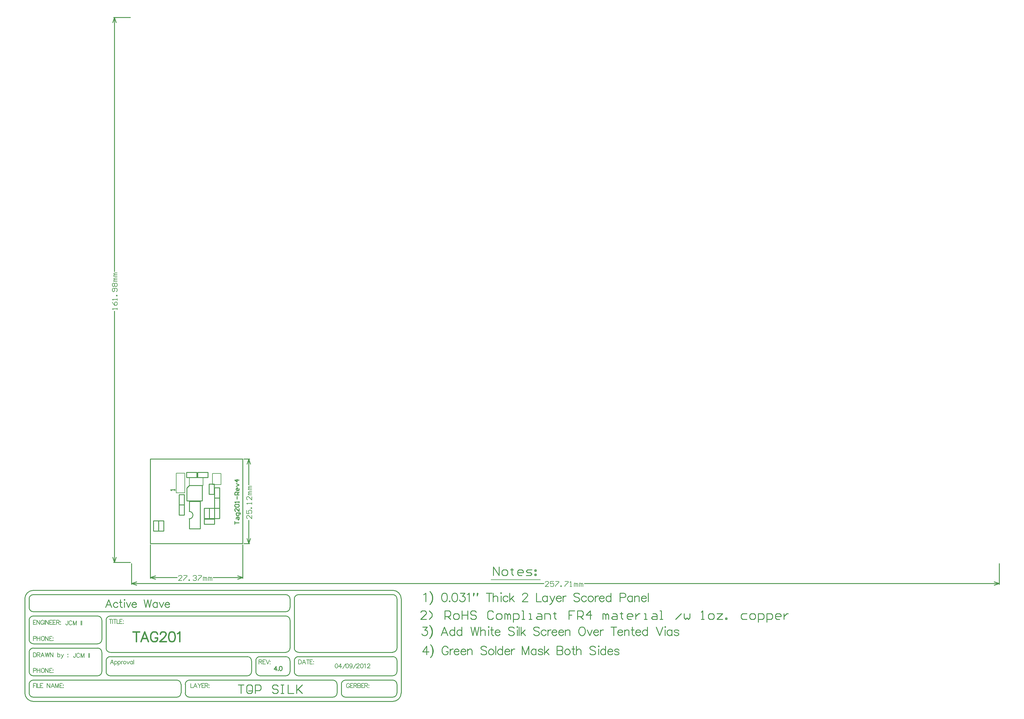
<source format=gto>
%FSLAX25Y25*%
%MOIN*%
G70*
G01*
G75*
G04 Layer_Color=65535*
%ADD10R,0.03000X0.03000*%
%ADD11R,0.03000X0.03000*%
%ADD12R,0.01550X0.05000*%
%ADD13C,0.05000*%
%ADD14R,0.03937X0.07087*%
G04:AMPARAMS|DCode=15|XSize=25.59mil|YSize=9.84mil|CornerRadius=2.46mil|HoleSize=0mil|Usage=FLASHONLY|Rotation=0.000|XOffset=0mil|YOffset=0mil|HoleType=Round|Shape=RoundedRectangle|*
%AMROUNDEDRECTD15*
21,1,0.02559,0.00492,0,0,0.0*
21,1,0.02067,0.00984,0,0,0.0*
1,1,0.00492,0.01034,-0.00246*
1,1,0.00492,-0.01034,-0.00246*
1,1,0.00492,-0.01034,0.00246*
1,1,0.00492,0.01034,0.00246*
%
%ADD15ROUNDEDRECTD15*%
G04:AMPARAMS|DCode=16|XSize=25.59mil|YSize=9.84mil|CornerRadius=2.46mil|HoleSize=0mil|Usage=FLASHONLY|Rotation=90.000|XOffset=0mil|YOffset=0mil|HoleType=Round|Shape=RoundedRectangle|*
%AMROUNDEDRECTD16*
21,1,0.02559,0.00492,0,0,90.0*
21,1,0.02067,0.00984,0,0,90.0*
1,1,0.00492,0.00246,0.01034*
1,1,0.00492,0.00246,-0.01034*
1,1,0.00492,-0.00246,-0.01034*
1,1,0.00492,-0.00246,0.01034*
%
%ADD16ROUNDEDRECTD16*%
G04:AMPARAMS|DCode=17|XSize=25.59mil|YSize=9.84mil|CornerRadius=0mil|HoleSize=0mil|Usage=FLASHONLY|Rotation=90.000|XOffset=0mil|YOffset=0mil|HoleType=Round|Shape=Octagon|*
%AMOCTAGOND17*
4,1,8,0.00246,0.01280,-0.00246,0.01280,-0.00492,0.01034,-0.00492,-0.01034,-0.00246,-0.01280,0.00246,-0.01280,0.00492,-0.01034,0.00492,0.01034,0.00246,0.01280,0.0*
%
%ADD17OCTAGOND17*%

G04:AMPARAMS|DCode=18|XSize=25.59mil|YSize=9.84mil|CornerRadius=0mil|HoleSize=0mil|Usage=FLASHONLY|Rotation=180.000|XOffset=0mil|YOffset=0mil|HoleType=Round|Shape=Octagon|*
%AMOCTAGOND18*
4,1,8,-0.01280,0.00246,-0.01280,-0.00246,-0.01034,-0.00492,0.01034,-0.00492,0.01280,-0.00246,0.01280,0.00246,0.01034,0.00492,-0.01034,0.00492,-0.01280,0.00246,0.0*
%
%ADD18OCTAGOND18*%

%ADD19C,0.01200*%
%ADD20C,0.02000*%
%ADD21C,0.00800*%
%ADD22C,0.01000*%
%ADD23C,0.00600*%
%ADD24C,0.00900*%
%ADD25C,0.00500*%
%ADD26C,0.01500*%
%ADD27C,0.05200*%
%ADD28R,0.06200X0.04000*%
%ADD29O,0.06200X0.04000*%
%ADD30C,0.02600*%
%ADD31C,0.09200*%
%ADD32C,0.06000*%
%ADD33R,0.13000X0.15000*%
%ADD34C,0.00504*%
D21*
X72500Y68900D02*
X82500D01*
X72500D02*
Y81900D01*
X82500D01*
Y68900D02*
Y81900D01*
X30400Y59000D02*
Y82000D01*
Y59000D02*
X40400D01*
Y82000D01*
X30400D02*
X40400D01*
X-96520Y-90501D02*
Y-94310D01*
X-96758Y-95024D01*
X-96996Y-95262D01*
X-97472Y-95500D01*
X-97948D01*
X-98424Y-95262D01*
X-98662Y-95024D01*
X-98900Y-94310D01*
Y-93834D01*
X-91663Y-91691D02*
X-91901Y-91215D01*
X-92378Y-90739D01*
X-92854Y-90501D01*
X-93806D01*
X-94282Y-90739D01*
X-94758Y-91215D01*
X-94996Y-91691D01*
X-95234Y-92405D01*
Y-93596D01*
X-94996Y-94310D01*
X-94758Y-94786D01*
X-94282Y-95262D01*
X-93806Y-95500D01*
X-92854D01*
X-92378Y-95262D01*
X-91901Y-94786D01*
X-91663Y-94310D01*
X-90259Y-90501D02*
Y-95500D01*
Y-90501D02*
X-88355Y-95500D01*
X-86450Y-90501D02*
X-88355Y-95500D01*
X-86450Y-90501D02*
Y-95500D01*
X-81094Y-90501D02*
Y-95500D01*
X-80047Y-90501D02*
Y-95500D01*
X-87520Y-128501D02*
Y-132310D01*
X-87758Y-133024D01*
X-87996Y-133262D01*
X-88472Y-133500D01*
X-88948D01*
X-89424Y-133262D01*
X-89662Y-133024D01*
X-89900Y-132310D01*
Y-131834D01*
X-82664Y-129691D02*
X-82902Y-129215D01*
X-83378Y-128739D01*
X-83854Y-128501D01*
X-84806D01*
X-85282Y-128739D01*
X-85758Y-129215D01*
X-85996Y-129691D01*
X-86234Y-130405D01*
Y-131596D01*
X-85996Y-132310D01*
X-85758Y-132786D01*
X-85282Y-133262D01*
X-84806Y-133500D01*
X-83854D01*
X-83378Y-133262D01*
X-82902Y-132786D01*
X-82664Y-132310D01*
X-81259Y-128501D02*
Y-133500D01*
Y-128501D02*
X-79355Y-133500D01*
X-77450Y-128501D02*
X-79355Y-133500D01*
X-77450Y-128501D02*
Y-133500D01*
X-72094Y-128501D02*
Y-133500D01*
X-71047Y-128501D02*
Y-133500D01*
X217303Y-140947D02*
X216589Y-141185D01*
X216113Y-141900D01*
X215875Y-143090D01*
Y-143804D01*
X216113Y-144994D01*
X216589Y-145708D01*
X217303Y-145946D01*
X217779D01*
X218493Y-145708D01*
X218969Y-144994D01*
X219207Y-143804D01*
Y-143090D01*
X218969Y-141900D01*
X218493Y-141185D01*
X217779Y-140947D01*
X217303D01*
X222707D02*
X220326Y-144280D01*
X223897D01*
X222707Y-140947D02*
Y-145946D01*
X224778Y-146660D02*
X228110Y-140947D01*
X229872D02*
X229157Y-141185D01*
X228681Y-141900D01*
X228443Y-143090D01*
Y-143804D01*
X228681Y-144994D01*
X229157Y-145708D01*
X229872Y-145946D01*
X230348D01*
X231062Y-145708D01*
X231538Y-144994D01*
X231776Y-143804D01*
Y-143090D01*
X231538Y-141900D01*
X231062Y-141185D01*
X230348Y-140947D01*
X229872D01*
X235989Y-142614D02*
X235751Y-143328D01*
X235275Y-143804D01*
X234561Y-144042D01*
X234323D01*
X233609Y-143804D01*
X233133Y-143328D01*
X232895Y-142614D01*
Y-142376D01*
X233133Y-141661D01*
X233609Y-141185D01*
X234323Y-140947D01*
X234561D01*
X235275Y-141185D01*
X235751Y-141661D01*
X235989Y-142614D01*
Y-143804D01*
X235751Y-144994D01*
X235275Y-145708D01*
X234561Y-145946D01*
X234085D01*
X233371Y-145708D01*
X233133Y-145232D01*
X237346Y-146660D02*
X240679Y-140947D01*
X241250Y-142138D02*
Y-141900D01*
X241488Y-141423D01*
X241726Y-141185D01*
X242202Y-140947D01*
X243155D01*
X243631Y-141185D01*
X243869Y-141423D01*
X244107Y-141900D01*
Y-142376D01*
X243869Y-142852D01*
X243392Y-143566D01*
X241012Y-145946D01*
X244345D01*
X246892Y-140947D02*
X246178Y-141185D01*
X245702Y-141900D01*
X245463Y-143090D01*
Y-143804D01*
X245702Y-144994D01*
X246178Y-145708D01*
X246892Y-145946D01*
X247368D01*
X248082Y-145708D01*
X248558Y-144994D01*
X248796Y-143804D01*
Y-143090D01*
X248558Y-141900D01*
X248082Y-141185D01*
X247368Y-140947D01*
X246892D01*
X249915Y-141900D02*
X250391Y-141661D01*
X251105Y-140947D01*
Y-145946D01*
X253819Y-142138D02*
Y-141900D01*
X254057Y-141423D01*
X254295Y-141185D01*
X254771Y-140947D01*
X255723D01*
X256199Y-141185D01*
X256437Y-141423D01*
X256675Y-141900D01*
Y-142376D01*
X256437Y-142852D01*
X255961Y-143566D01*
X253581Y-145946D01*
X256913D01*
X398372Y-42569D02*
X455872D01*
D22*
X45406Y28669D02*
G03*
X45406Y37331I0J4331D01*
G01*
X54400Y77100D02*
Y80100D01*
X42400Y77100D02*
X54400D01*
X42400D02*
Y83100D01*
X54400D01*
Y80100D02*
Y83100D01*
X55100Y80100D02*
Y83100D01*
X67100D01*
Y77100D02*
Y83100D01*
X55100Y77100D02*
X67100D01*
X55100D02*
Y80100D01*
X36500Y45100D02*
X39500D01*
Y57100D01*
X33500D02*
X39500D01*
X33500Y45100D02*
Y57100D01*
Y45100D02*
X36500D01*
X33500Y45000D02*
X36500D01*
X33500Y33000D02*
Y45000D01*
Y33000D02*
X39500D01*
Y45000D01*
X36500D02*
X39500D01*
X71900Y29000D02*
X74900D01*
Y41000D01*
X68900D02*
X74900D01*
X68900Y29000D02*
Y41000D01*
Y29000D02*
X71900D01*
X62800Y22300D02*
Y25300D01*
Y22300D02*
X74800D01*
Y28300D01*
X62800D02*
X74800D01*
X62800Y25300D02*
Y28300D01*
X65900Y29000D02*
X68900D01*
Y41000D01*
X62900D02*
X68900D01*
X62900Y29000D02*
Y41000D01*
Y29000D02*
X65900D01*
X78000Y53000D02*
X81000D01*
Y65000D01*
X75000D02*
X81000D01*
X75000Y53000D02*
Y65000D01*
Y53000D02*
X78000D01*
X75000D02*
X78000D01*
X75000Y41000D02*
Y53000D01*
Y41000D02*
X81000D01*
Y53000D01*
X78000D02*
X81000D01*
X74900Y41000D02*
X77900D01*
X74900Y29000D02*
Y41000D01*
Y29000D02*
X80900D01*
Y41000D01*
X77900D02*
X80900D01*
X68600Y57500D02*
X71600D01*
X68600D02*
Y69500D01*
X74600D01*
Y57500D02*
Y69500D01*
X71600Y57500D02*
X74600D01*
X3500Y26500D02*
X6500D01*
X3500Y14500D02*
Y26500D01*
Y14500D02*
X9500D01*
Y26500D01*
X6500D02*
X9500D01*
X12500Y14500D02*
X15500D01*
Y26500D01*
X9500D02*
X15500D01*
X9500Y14500D02*
Y26500D01*
Y14500D02*
X12500D01*
X45406Y17000D02*
Y28669D01*
Y37331D02*
Y49000D01*
X58161D01*
X45406Y17000D02*
X58161D01*
Y49000D01*
X42600Y49900D02*
Y64900D01*
X45600Y67900D01*
X60600D01*
X42600Y49900D02*
X60600D01*
Y67900D01*
X98602Y22500D02*
Y25832D01*
Y24166D01*
X103600D01*
X100268Y28331D02*
Y29998D01*
X101101Y30831D01*
X103600D01*
Y28331D01*
X102767Y27498D01*
X101934Y28331D01*
Y30831D01*
X105266Y34163D02*
Y34996D01*
X104433Y35829D01*
X100268D01*
Y33330D01*
X101101Y32497D01*
X102767D01*
X103600Y33330D01*
Y35829D01*
Y40827D02*
Y37495D01*
X100268Y40827D01*
X99435D01*
X98602Y39994D01*
Y38328D01*
X99435Y37495D01*
Y42494D02*
X98602Y43327D01*
Y44993D01*
X99435Y45826D01*
X102767D01*
X103600Y44993D01*
Y43327D01*
X102767Y42494D01*
X99435D01*
X103600Y47492D02*
Y49158D01*
Y48325D01*
X98602D01*
X99435Y47492D01*
X101101Y51657D02*
Y54989D01*
X103600Y56656D02*
X98602D01*
Y59155D01*
X99435Y59988D01*
X101101D01*
X101934Y59155D01*
Y56656D01*
Y58322D02*
X103600Y59988D01*
Y64153D02*
Y62487D01*
X102767Y61654D01*
X101101D01*
X100268Y62487D01*
Y64153D01*
X101101Y64986D01*
X101934D01*
Y61654D01*
X100268Y66652D02*
X103600Y68318D01*
X100268Y69985D01*
X103600Y74150D02*
X98602D01*
X101101Y71651D01*
Y74983D01*
X102700Y-165503D02*
X109364D01*
X106032D01*
Y-175500D01*
X117695Y-165503D02*
X114363D01*
X112697Y-167169D01*
Y-173834D01*
X114363Y-175500D01*
X117695D01*
X119361Y-173834D01*
Y-167169D01*
X117695Y-165503D01*
X122694Y-175500D02*
Y-165503D01*
X127692D01*
X129358Y-167169D01*
Y-170502D01*
X127692Y-172168D01*
X122694D01*
X149352Y-167169D02*
X147686Y-165503D01*
X144353D01*
X142687Y-167169D01*
Y-168835D01*
X144353Y-170502D01*
X147686D01*
X149352Y-172168D01*
Y-173834D01*
X147686Y-175500D01*
X144353D01*
X142687Y-173834D01*
X152684Y-165503D02*
X156016D01*
X154350D01*
Y-175500D01*
X152684D01*
X156016D01*
X161014Y-165503D02*
Y-175500D01*
X167679D01*
X171011Y-165503D02*
Y-175500D01*
Y-172168D01*
X177676Y-165503D01*
X172677Y-170502D01*
X177676Y-175500D01*
X28600Y61800D02*
Y63466D01*
Y62633D01*
X23602D01*
X24435Y61800D01*
X107753Y-40800D02*
Y-1600D01*
X0Y-40800D02*
Y-1600D01*
X73370Y-39800D02*
X107753D01*
X0D02*
X31183D01*
X101753Y-37800D02*
X107753Y-39800D01*
X101753Y-41800D02*
X107753Y-39800D01*
X0D02*
X6000Y-41800D01*
X0Y-39800D02*
X6000Y-37800D01*
X109253Y98803D02*
X115900D01*
X109253Y-100D02*
X115900D01*
X114900Y68345D02*
Y98803D01*
Y-100D02*
Y27158D01*
X112900Y92803D02*
X114900Y98803D01*
X116900Y92803D01*
X114900Y-100D02*
X116900Y5900D01*
X112900D02*
X114900Y-100D01*
X992400Y-47900D02*
Y-23550D01*
X-22200Y-47900D02*
Y-23550D01*
X507093Y-46900D02*
X992400D01*
X-22200D02*
X459907D01*
X986400Y-44900D02*
X992400Y-46900D01*
X986400Y-48900D02*
X992400Y-46900D01*
X-22200D02*
X-16200Y-48900D01*
X-22200Y-46900D02*
X-16200Y-44900D01*
X-43200Y615433D02*
X-23403D01*
X-43200Y-22300D02*
X-23450D01*
X-42200Y318059D02*
Y615433D01*
Y-22300D02*
Y271873D01*
X-44200Y609433D02*
X-42200Y615433D01*
X-40200Y609433D01*
X-42200Y-22300D02*
X-40200Y-16300D01*
X-44200D02*
X-42200Y-22300D01*
X0Y-100D02*
X107753D01*
X0Y-100D02*
Y98800D01*
X114695Y-172498D02*
X118632D01*
X107753Y-100D02*
Y98803D01*
X0D02*
X107753D01*
X283240Y-185014D02*
G03*
X293240Y-175014I0J10000D01*
G01*
X283240Y-180014D02*
G03*
X288240Y-175014I0J5000D01*
G01*
X35740Y-165014D02*
G03*
X30740Y-160014I-5000J0D01*
G01*
X30856Y-180014D02*
G03*
X35738Y-175047I84J4800D01*
G01*
X45740Y-160014D02*
G03*
X40740Y-165014I0J-5000D01*
G01*
Y-175014D02*
G03*
X45652Y-180013I5000J0D01*
G01*
X218240Y-165014D02*
G03*
X213240Y-160014I-5000J0D01*
G01*
X213356Y-180014D02*
G03*
X218238Y-175047I84J4800D01*
G01*
X223240Y-175114D02*
G03*
X228225Y-180013I4900J0D01*
G01*
X228240Y-160014D02*
G03*
X223240Y-165014I0J-5000D01*
G01*
X-56760Y-89914D02*
G03*
X-61660Y-85014I-4900J0D01*
G01*
X-61560Y-117514D02*
G03*
X-56760Y-112714I0J4800D01*
G01*
Y-127414D02*
G03*
X-61831Y-122517I-4900J0D01*
G01*
X-51760Y-122614D02*
G03*
X-46860Y-127514I4900J0D01*
G01*
X-51760Y-150114D02*
G03*
X-46860Y-155014I4900J0D01*
G01*
X-61660D02*
G03*
X-56760Y-150114I0J4900D01*
G01*
X118240Y-137414D02*
G03*
X113340Y-132514I-4900J0D01*
G01*
Y-155014D02*
G03*
X118239Y-150029I0J4900D01*
G01*
X123240Y-149914D02*
G03*
X128251Y-155013I5100J0D01*
G01*
X128040Y-132514D02*
G03*
X123246Y-137565I0J-4800D01*
G01*
X-46760Y-132514D02*
G03*
X-51760Y-137514I0J-5000D01*
G01*
X-46760Y-85014D02*
G03*
X-51760Y-90014I0J-5000D01*
G01*
X-141760Y-150014D02*
G03*
X-136848Y-155013I5000J0D01*
G01*
X-136760Y-122514D02*
G03*
X-141760Y-127514I0J-5000D01*
G01*
Y-112514D02*
G03*
X-136760Y-117514I5000J0D01*
G01*
Y-85014D02*
G03*
X-141760Y-90014I0J-5000D01*
G01*
Y-75014D02*
G03*
X-136760Y-80014I5000J0D01*
G01*
Y-60014D02*
G03*
X-141760Y-65014I0J-5000D01*
G01*
X163240Y-65014D02*
G03*
X158240Y-60014I-5000J0D01*
G01*
X173240Y-60014D02*
G03*
X168240Y-65014I0J-5000D01*
G01*
X158240Y-80014D02*
G03*
X163240Y-75014I0J5000D01*
G01*
Y-90014D02*
G03*
X158240Y-85014I-5000J0D01*
G01*
X-136760Y-160014D02*
G03*
X-141760Y-165014I0J-5000D01*
G01*
X158327Y-127514D02*
G03*
X163241Y-122514I-87J5000D01*
G01*
X-141760Y-175014D02*
G03*
X-136848Y-180013I5000J0D01*
G01*
X163240Y-137414D02*
G03*
X158340Y-132514I-4900J0D01*
G01*
X168240Y-150114D02*
G03*
X173225Y-155013I4900J0D01*
G01*
X158240Y-155014D02*
G03*
X163240Y-150014I0J5000D01*
G01*
X288240Y-164927D02*
G03*
X283240Y-160013I-5000J-87D01*
G01*
X283306Y-154940D02*
G03*
X288306Y-149940I0J5000D01*
G01*
X288238Y-64857D02*
G03*
X283167Y-59960I-4900J0D01*
G01*
X293238Y-64957D02*
G03*
X283238Y-54957I-10000J0D01*
G01*
X-146760Y-174914D02*
G03*
X-136837Y-185012I10100J0D01*
G01*
X-136760Y-55014D02*
G03*
X-146760Y-65014I0J-10000D01*
G01*
X168240Y-122514D02*
G03*
X173240Y-127514I5000J0D01*
G01*
X283306Y-127440D02*
G03*
X288306Y-122440I0J5000D01*
G01*
X173240Y-132514D02*
G03*
X168240Y-137514I0J-5000D01*
G01*
X288306Y-137340D02*
G03*
X283406Y-132440I-4900J0D01*
G01*
X288240Y-175014D02*
Y-165014D01*
X-136760Y-55014D02*
X283240D01*
X288306Y-149940D02*
Y-137340D01*
X168240Y-150014D02*
Y-137514D01*
X288240Y-122514D02*
Y-65014D01*
X168240Y-122514D02*
Y-65014D01*
X-146760Y-175014D02*
Y-65014D01*
X-141760Y-175014D02*
Y-165014D01*
X163240Y-150014D02*
Y-137514D01*
X123240Y-150014D02*
Y-137514D01*
X-51760Y-150014D02*
Y-137514D01*
X118240Y-150014D02*
Y-137514D01*
X-51760Y-122514D02*
Y-90014D01*
X163240Y-122514D02*
Y-90014D01*
Y-75014D02*
Y-65014D01*
X-141760Y-75014D02*
Y-65014D01*
X-56760Y-112514D02*
Y-90014D01*
X-141760Y-112514D02*
Y-90014D01*
X-56760Y-150014D02*
Y-127514D01*
X-141760Y-150014D02*
Y-127514D01*
X293240Y-175014D02*
Y-65014D01*
X223240Y-175014D02*
Y-165014D01*
X218240Y-175014D02*
Y-165014D01*
X40740Y-175014D02*
Y-165014D01*
X35740Y-175014D02*
Y-165014D01*
X173240Y-132514D02*
X283240D01*
X173240Y-127514D02*
X283240D01*
X-46760D02*
X158240D01*
X173240Y-60014D02*
X283240D01*
X173240Y-155014D02*
X283240D01*
X128240Y-132514D02*
X158240D01*
X128240Y-155014D02*
X158240D01*
X-46760D02*
X113240D01*
X-46760Y-132514D02*
X113240D01*
X-46760Y-85014D02*
X158240D01*
X-136760Y-80014D02*
X158240D01*
X-136760Y-85014D02*
X-61760D01*
X-136760Y-117514D02*
X-61760D01*
X-136760Y-122514D02*
X-61760D01*
X-136760Y-155014D02*
X-61760D01*
X-136760Y-185014D02*
X283240D01*
X-136760Y-60014D02*
X158240D01*
X228240Y-160014D02*
X283240D01*
X228240Y-180014D02*
X283240D01*
X45740Y-160014D02*
X213240D01*
X-136760D02*
X30740D01*
X-136760Y-180014D02*
X30740D01*
X45740Y-180014D02*
X213240D01*
X322463Y-88942D02*
X315798D01*
X322463Y-82278D01*
Y-80612D01*
X320797Y-78946D01*
X317465D01*
X315798Y-80612D01*
X325795Y-88942D02*
X329128Y-85610D01*
Y-82278D01*
X325795Y-78946D01*
X344123Y-88942D02*
Y-78946D01*
X349121D01*
X350787Y-80612D01*
Y-83944D01*
X349121Y-85610D01*
X344123D01*
X347455D02*
X350787Y-88942D01*
X355785D02*
X359118D01*
X360784Y-87276D01*
Y-83944D01*
X359118Y-82278D01*
X355785D01*
X354119Y-83944D01*
Y-87276D01*
X355785Y-88942D01*
X364116Y-78946D02*
Y-88942D01*
Y-83944D01*
X370781D01*
Y-78946D01*
Y-88942D01*
X380777Y-80612D02*
X379111Y-78946D01*
X375779D01*
X374113Y-80612D01*
Y-82278D01*
X375779Y-83944D01*
X379111D01*
X380777Y-85610D01*
Y-87276D01*
X379111Y-88942D01*
X375779D01*
X374113Y-87276D01*
X400771Y-80612D02*
X399105Y-78946D01*
X395773D01*
X394107Y-80612D01*
Y-87276D01*
X395773Y-88942D01*
X399105D01*
X400771Y-87276D01*
X405769Y-88942D02*
X409102D01*
X410768Y-87276D01*
Y-83944D01*
X409102Y-82278D01*
X405769D01*
X404103Y-83944D01*
Y-87276D01*
X405769Y-88942D01*
X414100D02*
Y-82278D01*
X415766D01*
X417432Y-83944D01*
Y-88942D01*
Y-83944D01*
X419098Y-82278D01*
X420764Y-83944D01*
Y-88942D01*
X424097Y-92275D02*
Y-82278D01*
X429095D01*
X430761Y-83944D01*
Y-87276D01*
X429095Y-88942D01*
X424097D01*
X434094D02*
X437426D01*
X435760D01*
Y-78946D01*
X434094D01*
X442424Y-88942D02*
X445756D01*
X444090D01*
Y-82278D01*
X442424D01*
X452421D02*
X455753D01*
X457419Y-83944D01*
Y-88942D01*
X452421D01*
X450755Y-87276D01*
X452421Y-85610D01*
X457419D01*
X460752Y-88942D02*
Y-82278D01*
X465750D01*
X467416Y-83944D01*
Y-88942D01*
X472414Y-80612D02*
Y-82278D01*
X470748D01*
X474081D01*
X472414D01*
Y-87276D01*
X474081Y-88942D01*
X495740Y-78946D02*
X489076D01*
Y-83944D01*
X492408D01*
X489076D01*
Y-88942D01*
X499073D02*
Y-78946D01*
X504071D01*
X505737Y-80612D01*
Y-83944D01*
X504071Y-85610D01*
X499073D01*
X502405D02*
X505737Y-88942D01*
X514068D02*
Y-78946D01*
X509069Y-83944D01*
X515734D01*
X529063Y-88942D02*
Y-82278D01*
X530729D01*
X532395Y-83944D01*
Y-88942D01*
Y-83944D01*
X534061Y-82278D01*
X535727Y-83944D01*
Y-88942D01*
X540726Y-82278D02*
X544058D01*
X545724Y-83944D01*
Y-88942D01*
X540726D01*
X539060Y-87276D01*
X540726Y-85610D01*
X545724D01*
X550723Y-80612D02*
Y-82278D01*
X549056D01*
X552389D01*
X550723D01*
Y-87276D01*
X552389Y-88942D01*
X562385D02*
X559053D01*
X557387Y-87276D01*
Y-83944D01*
X559053Y-82278D01*
X562385D01*
X564051Y-83944D01*
Y-85610D01*
X557387D01*
X567384Y-82278D02*
Y-88942D01*
Y-85610D01*
X569050Y-83944D01*
X570716Y-82278D01*
X572382D01*
X577381Y-88942D02*
X580713D01*
X579047D01*
Y-82278D01*
X577381D01*
X587377D02*
X590710D01*
X592376Y-83944D01*
Y-88942D01*
X587377D01*
X585711Y-87276D01*
X587377Y-85610D01*
X592376D01*
X595708Y-88942D02*
X599040D01*
X597374D01*
Y-78946D01*
X595708D01*
X614035Y-88942D02*
X620700Y-82278D01*
X624032D02*
Y-87276D01*
X625698Y-88942D01*
X627364Y-87276D01*
X629031Y-88942D01*
X630697Y-87276D01*
Y-82278D01*
X644026Y-88942D02*
X647358D01*
X645692D01*
Y-78946D01*
X644026Y-80612D01*
X654023Y-88942D02*
X657355D01*
X659021Y-87276D01*
Y-83944D01*
X657355Y-82278D01*
X654023D01*
X652356Y-83944D01*
Y-87276D01*
X654023Y-88942D01*
X662353Y-82278D02*
X669018D01*
X662353Y-88942D01*
X669018D01*
X672350D02*
Y-87276D01*
X674016D01*
Y-88942D01*
X672350D01*
X697342Y-82278D02*
X692343D01*
X690677Y-83944D01*
Y-87276D01*
X692343Y-88942D01*
X697342D01*
X702340D02*
X705672D01*
X707339Y-87276D01*
Y-83944D01*
X705672Y-82278D01*
X702340D01*
X700674Y-83944D01*
Y-87276D01*
X702340Y-88942D01*
X710671Y-92275D02*
Y-82278D01*
X715669D01*
X717335Y-83944D01*
Y-87276D01*
X715669Y-88942D01*
X710671D01*
X720668Y-92275D02*
Y-82278D01*
X725666D01*
X727332Y-83944D01*
Y-87276D01*
X725666Y-88942D01*
X720668D01*
X735663D02*
X732331D01*
X730664Y-87276D01*
Y-83944D01*
X732331Y-82278D01*
X735663D01*
X737329Y-83944D01*
Y-85610D01*
X730664D01*
X740661Y-82278D02*
Y-88942D01*
Y-85610D01*
X742327Y-83944D01*
X743993Y-82278D01*
X745659D01*
X318352Y-97802D02*
X323589D01*
X320733Y-101611D01*
X322161D01*
X323113Y-102087D01*
X323589Y-102563D01*
X324065Y-103991D01*
Y-104944D01*
X323589Y-106372D01*
X322637Y-107324D01*
X321209Y-107800D01*
X319780D01*
X318352Y-107324D01*
X317876Y-106848D01*
X317400Y-105896D01*
X326303Y-95898D02*
X327255Y-96850D01*
X328207Y-98278D01*
X329159Y-100183D01*
X329636Y-102563D01*
Y-104467D01*
X329159Y-106848D01*
X328207Y-108752D01*
X327255Y-110180D01*
X326303Y-111133D01*
X327255Y-96850D02*
X328207Y-98754D01*
X328683Y-100183D01*
X329159Y-102563D01*
Y-104467D01*
X328683Y-106848D01*
X328207Y-108276D01*
X327255Y-110180D01*
X347536Y-107800D02*
X343728Y-97802D01*
X339919Y-107800D01*
X341347Y-104467D02*
X346108D01*
X355582Y-97802D02*
Y-107800D01*
Y-102563D02*
X354630Y-101611D01*
X353678Y-101135D01*
X352250D01*
X351297Y-101611D01*
X350345Y-102563D01*
X349869Y-103991D01*
Y-104944D01*
X350345Y-106372D01*
X351297Y-107324D01*
X352250Y-107800D01*
X353678D01*
X354630Y-107324D01*
X355582Y-106372D01*
X363962Y-97802D02*
Y-107800D01*
Y-102563D02*
X363009Y-101611D01*
X362057Y-101135D01*
X360629D01*
X359677Y-101611D01*
X358724Y-102563D01*
X358248Y-103991D01*
Y-104944D01*
X358724Y-106372D01*
X359677Y-107324D01*
X360629Y-107800D01*
X362057D01*
X363009Y-107324D01*
X363962Y-106372D01*
X374483Y-97802D02*
X376864Y-107800D01*
X379244Y-97802D02*
X376864Y-107800D01*
X379244Y-97802D02*
X381624Y-107800D01*
X384005Y-97802D02*
X381624Y-107800D01*
X386004Y-97802D02*
Y-107800D01*
Y-103039D02*
X387433Y-101611D01*
X388385Y-101135D01*
X389813D01*
X390765Y-101611D01*
X391241Y-103039D01*
Y-107800D01*
X394812Y-97802D02*
X395288Y-98278D01*
X395764Y-97802D01*
X395288Y-97326D01*
X394812Y-97802D01*
X395288Y-101135D02*
Y-107800D01*
X398954Y-97802D02*
Y-105896D01*
X399430Y-107324D01*
X400382Y-107800D01*
X401334D01*
X397526Y-101135D02*
X400858D01*
X402763Y-103991D02*
X408476D01*
Y-103039D01*
X408000Y-102087D01*
X407523Y-101611D01*
X406571Y-101135D01*
X405143D01*
X404191Y-101611D01*
X403239Y-102563D01*
X402763Y-103991D01*
Y-104944D01*
X403239Y-106372D01*
X404191Y-107324D01*
X405143Y-107800D01*
X406571D01*
X407523Y-107324D01*
X408476Y-106372D01*
X425139Y-99230D02*
X424187Y-98278D01*
X422758Y-97802D01*
X420854D01*
X419426Y-98278D01*
X418474Y-99230D01*
Y-100183D01*
X418950Y-101135D01*
X419426Y-101611D01*
X420378Y-102087D01*
X423235Y-103039D01*
X424187Y-103515D01*
X424663Y-103991D01*
X425139Y-104944D01*
Y-106372D01*
X424187Y-107324D01*
X422758Y-107800D01*
X420854D01*
X419426Y-107324D01*
X418474Y-106372D01*
X428329Y-97802D02*
X428805Y-98278D01*
X429281Y-97802D01*
X428805Y-97326D01*
X428329Y-97802D01*
X428805Y-101135D02*
Y-107800D01*
X431042Y-97802D02*
Y-107800D01*
X433137Y-97802D02*
Y-107800D01*
X437898Y-101135D02*
X433137Y-105896D01*
X435041Y-103991D02*
X438374Y-107800D01*
X454466Y-99230D02*
X453514Y-98278D01*
X452085Y-97802D01*
X450181D01*
X448753Y-98278D01*
X447801Y-99230D01*
Y-100183D01*
X448277Y-101135D01*
X448753Y-101611D01*
X449705Y-102087D01*
X452562Y-103039D01*
X453514Y-103515D01*
X453990Y-103991D01*
X454466Y-104944D01*
Y-106372D01*
X453514Y-107324D01*
X452085Y-107800D01*
X450181D01*
X448753Y-107324D01*
X447801Y-106372D01*
X462417Y-102563D02*
X461464Y-101611D01*
X460512Y-101135D01*
X459084D01*
X458132Y-101611D01*
X457180Y-102563D01*
X456704Y-103991D01*
Y-104944D01*
X457180Y-106372D01*
X458132Y-107324D01*
X459084Y-107800D01*
X460512D01*
X461464Y-107324D01*
X462417Y-106372D01*
X464559Y-101135D02*
Y-107800D01*
Y-103991D02*
X465035Y-102563D01*
X465987Y-101611D01*
X466939Y-101135D01*
X468368D01*
X469272Y-103991D02*
X474985D01*
Y-103039D01*
X474509Y-102087D01*
X474033Y-101611D01*
X473081Y-101135D01*
X471653D01*
X470701Y-101611D01*
X469748Y-102563D01*
X469272Y-103991D01*
Y-104944D01*
X469748Y-106372D01*
X470701Y-107324D01*
X471653Y-107800D01*
X473081D01*
X474033Y-107324D01*
X474985Y-106372D01*
X477128Y-103991D02*
X482841D01*
Y-103039D01*
X482365Y-102087D01*
X481889Y-101611D01*
X480936Y-101135D01*
X479508D01*
X478556Y-101611D01*
X477604Y-102563D01*
X477128Y-103991D01*
Y-104944D01*
X477604Y-106372D01*
X478556Y-107324D01*
X479508Y-107800D01*
X480936D01*
X481889Y-107324D01*
X482841Y-106372D01*
X484983Y-101135D02*
Y-107800D01*
Y-103039D02*
X486411Y-101611D01*
X487364Y-101135D01*
X488792D01*
X489744Y-101611D01*
X490220Y-103039D01*
Y-107800D01*
X503551Y-97802D02*
X502598Y-98278D01*
X501646Y-99230D01*
X501170Y-100183D01*
X500694Y-101611D01*
Y-103991D01*
X501170Y-105420D01*
X501646Y-106372D01*
X502598Y-107324D01*
X503551Y-107800D01*
X505455D01*
X506407Y-107324D01*
X507359Y-106372D01*
X507835Y-105420D01*
X508312Y-103991D01*
Y-101611D01*
X507835Y-100183D01*
X507359Y-99230D01*
X506407Y-98278D01*
X505455Y-97802D01*
X503551D01*
X510644Y-101135D02*
X513501Y-107800D01*
X516357Y-101135D02*
X513501Y-107800D01*
X517976Y-103991D02*
X523689D01*
Y-103039D01*
X523213Y-102087D01*
X522737Y-101611D01*
X521785Y-101135D01*
X520357D01*
X519404Y-101611D01*
X518452Y-102563D01*
X517976Y-103991D01*
Y-104944D01*
X518452Y-106372D01*
X519404Y-107324D01*
X520357Y-107800D01*
X521785D01*
X522737Y-107324D01*
X523689Y-106372D01*
X525832Y-101135D02*
Y-107800D01*
Y-103991D02*
X526308Y-102563D01*
X527260Y-101611D01*
X528212Y-101135D01*
X529640D01*
X541733Y-97802D02*
Y-107800D01*
X538400Y-97802D02*
X545065D01*
X546256Y-103991D02*
X551969D01*
Y-103039D01*
X551493Y-102087D01*
X551017Y-101611D01*
X550064Y-101135D01*
X548636D01*
X547684Y-101611D01*
X546732Y-102563D01*
X546256Y-103991D01*
Y-104944D01*
X546732Y-106372D01*
X547684Y-107324D01*
X548636Y-107800D01*
X550064D01*
X551017Y-107324D01*
X551969Y-106372D01*
X554111Y-101135D02*
Y-107800D01*
Y-103039D02*
X555540Y-101611D01*
X556492Y-101135D01*
X557920D01*
X558872Y-101611D01*
X559348Y-103039D01*
Y-107800D01*
X563395Y-97802D02*
Y-105896D01*
X563871Y-107324D01*
X564823Y-107800D01*
X565775D01*
X561967Y-101135D02*
X565299D01*
X567204Y-103991D02*
X572917D01*
Y-103039D01*
X572441Y-102087D01*
X571965Y-101611D01*
X571012Y-101135D01*
X569584D01*
X568632Y-101611D01*
X567680Y-102563D01*
X567204Y-103991D01*
Y-104944D01*
X567680Y-106372D01*
X568632Y-107324D01*
X569584Y-107800D01*
X571012D01*
X571965Y-107324D01*
X572917Y-106372D01*
X580772Y-97802D02*
Y-107800D01*
Y-102563D02*
X579820Y-101611D01*
X578868Y-101135D01*
X577439D01*
X576487Y-101611D01*
X575535Y-102563D01*
X575059Y-103991D01*
Y-104944D01*
X575535Y-106372D01*
X576487Y-107324D01*
X577439Y-107800D01*
X578868D01*
X579820Y-107324D01*
X580772Y-106372D01*
X591294Y-97802D02*
X595102Y-107800D01*
X598911Y-97802D02*
X595102Y-107800D01*
X601149Y-97802D02*
X601625Y-98278D01*
X602101Y-97802D01*
X601625Y-97326D01*
X601149Y-97802D01*
X601625Y-101135D02*
Y-107800D01*
X609576Y-101135D02*
Y-107800D01*
Y-102563D02*
X608623Y-101611D01*
X607671Y-101135D01*
X606243D01*
X605291Y-101611D01*
X604339Y-102563D01*
X603862Y-103991D01*
Y-104944D01*
X604339Y-106372D01*
X605291Y-107324D01*
X606243Y-107800D01*
X607671D01*
X608623Y-107324D01*
X609576Y-106372D01*
X617479Y-102563D02*
X617002Y-101611D01*
X615574Y-101135D01*
X614146D01*
X612718Y-101611D01*
X612242Y-102563D01*
X612718Y-103515D01*
X613670Y-103991D01*
X616050Y-104467D01*
X617002Y-104944D01*
X617479Y-105896D01*
Y-106372D01*
X617002Y-107324D01*
X615574Y-107800D01*
X614146D01*
X612718Y-107324D01*
X612242Y-106372D01*
X319372Y-60042D02*
X320324Y-59566D01*
X321753Y-58138D01*
Y-68135D01*
X326704Y-56233D02*
X327656Y-57185D01*
X328608Y-58614D01*
X329560Y-60518D01*
X330037Y-62898D01*
Y-64803D01*
X329560Y-67183D01*
X328608Y-69087D01*
X327656Y-70516D01*
X326704Y-71468D01*
X327656Y-57185D02*
X328608Y-59090D01*
X329084Y-60518D01*
X329560Y-62898D01*
Y-64803D01*
X329084Y-67183D01*
X328608Y-68611D01*
X327656Y-70516D01*
X343177Y-58138D02*
X341748Y-58614D01*
X340796Y-60042D01*
X340320Y-62422D01*
Y-63850D01*
X340796Y-66231D01*
X341748Y-67659D01*
X343177Y-68135D01*
X344129D01*
X345557Y-67659D01*
X346509Y-66231D01*
X346985Y-63850D01*
Y-62422D01*
X346509Y-60042D01*
X345557Y-58614D01*
X344129Y-58138D01*
X343177D01*
X349699Y-67183D02*
X349223Y-67659D01*
X349699Y-68135D01*
X350175Y-67659D01*
X349699Y-67183D01*
X355222Y-58138D02*
X353793Y-58614D01*
X352841Y-60042D01*
X352365Y-62422D01*
Y-63850D01*
X352841Y-66231D01*
X353793Y-67659D01*
X355222Y-68135D01*
X356174D01*
X357602Y-67659D01*
X358554Y-66231D01*
X359030Y-63850D01*
Y-62422D01*
X358554Y-60042D01*
X357602Y-58614D01*
X356174Y-58138D01*
X355222D01*
X362220D02*
X367457D01*
X364601Y-61946D01*
X366029D01*
X366981Y-62422D01*
X367457Y-62898D01*
X367933Y-64327D01*
Y-65279D01*
X367457Y-66707D01*
X366505Y-67659D01*
X365077Y-68135D01*
X363648D01*
X362220Y-67659D01*
X361744Y-67183D01*
X361268Y-66231D01*
X370171Y-60042D02*
X371123Y-59566D01*
X372551Y-58138D01*
Y-68135D01*
X377979Y-58138D02*
X377503Y-58614D01*
Y-61470D01*
X377979Y-58614D02*
X377503Y-61470D01*
X377979Y-58138D02*
X378455Y-58614D01*
X377503Y-61470D01*
X382263Y-58138D02*
X381787Y-58614D01*
Y-61470D01*
X382263Y-58614D02*
X381787Y-61470D01*
X382263Y-58138D02*
X382740Y-58614D01*
X381787Y-61470D01*
X396022Y-58138D02*
Y-68135D01*
X392690Y-58138D02*
X399355D01*
X400545D02*
Y-68135D01*
Y-63374D02*
X401973Y-61946D01*
X402926Y-61470D01*
X404354D01*
X405306Y-61946D01*
X405782Y-63374D01*
Y-68135D01*
X409353Y-58138D02*
X409829Y-58614D01*
X410305Y-58138D01*
X409829Y-57661D01*
X409353Y-58138D01*
X409829Y-61470D02*
Y-68135D01*
X417780Y-62898D02*
X416827Y-61946D01*
X415875Y-61470D01*
X414447D01*
X413495Y-61946D01*
X412543Y-62898D01*
X412067Y-64327D01*
Y-65279D01*
X412543Y-66707D01*
X413495Y-67659D01*
X414447Y-68135D01*
X415875D01*
X416827Y-67659D01*
X417780Y-66707D01*
X419922Y-58138D02*
Y-68135D01*
X424683Y-61470D02*
X419922Y-66231D01*
X421826Y-64327D02*
X425159Y-68135D01*
X435062Y-60518D02*
Y-60042D01*
X435538Y-59090D01*
X436014Y-58614D01*
X436966Y-58138D01*
X438870D01*
X439823Y-58614D01*
X440299Y-59090D01*
X440775Y-60042D01*
Y-60994D01*
X440299Y-61946D01*
X439347Y-63374D01*
X434586Y-68135D01*
X441251D01*
X451344Y-58138D02*
Y-68135D01*
X457057D01*
X463865Y-61470D02*
Y-68135D01*
Y-62898D02*
X462913Y-61946D01*
X461961Y-61470D01*
X460532D01*
X459580Y-61946D01*
X458628Y-62898D01*
X458152Y-64327D01*
Y-65279D01*
X458628Y-66707D01*
X459580Y-67659D01*
X460532Y-68135D01*
X461961D01*
X462913Y-67659D01*
X463865Y-66707D01*
X467007Y-61470D02*
X469864Y-68135D01*
X472720Y-61470D02*
X469864Y-68135D01*
X468912Y-70040D01*
X467959Y-70992D01*
X467007Y-71468D01*
X466531D01*
X474387Y-64327D02*
X480100D01*
Y-63374D01*
X479624Y-62422D01*
X479147Y-61946D01*
X478195Y-61470D01*
X476767D01*
X475815Y-61946D01*
X474863Y-62898D01*
X474387Y-64327D01*
Y-65279D01*
X474863Y-66707D01*
X475815Y-67659D01*
X476767Y-68135D01*
X478195D01*
X479147Y-67659D01*
X480100Y-66707D01*
X482242Y-61470D02*
Y-68135D01*
Y-64327D02*
X482718Y-62898D01*
X483670Y-61946D01*
X484622Y-61470D01*
X486051D01*
X501476Y-59566D02*
X500524Y-58614D01*
X499096Y-58138D01*
X497191D01*
X495763Y-58614D01*
X494811Y-59566D01*
Y-60518D01*
X495287Y-61470D01*
X495763Y-61946D01*
X496715Y-62422D01*
X499572Y-63374D01*
X500524Y-63850D01*
X501000Y-64327D01*
X501476Y-65279D01*
Y-66707D01*
X500524Y-67659D01*
X499096Y-68135D01*
X497191D01*
X495763Y-67659D01*
X494811Y-66707D01*
X509427Y-62898D02*
X508474Y-61946D01*
X507522Y-61470D01*
X506094D01*
X505142Y-61946D01*
X504190Y-62898D01*
X503714Y-64327D01*
Y-65279D01*
X504190Y-66707D01*
X505142Y-67659D01*
X506094Y-68135D01*
X507522D01*
X508474Y-67659D01*
X509427Y-66707D01*
X513949Y-61470D02*
X512997Y-61946D01*
X512045Y-62898D01*
X511569Y-64327D01*
Y-65279D01*
X512045Y-66707D01*
X512997Y-67659D01*
X513949Y-68135D01*
X515378D01*
X516330Y-67659D01*
X517282Y-66707D01*
X517758Y-65279D01*
Y-64327D01*
X517282Y-62898D01*
X516330Y-61946D01*
X515378Y-61470D01*
X513949D01*
X519948D02*
Y-68135D01*
Y-64327D02*
X520424Y-62898D01*
X521377Y-61946D01*
X522329Y-61470D01*
X523757D01*
X524661Y-64327D02*
X530375D01*
Y-63374D01*
X529899Y-62422D01*
X529422Y-61946D01*
X528470Y-61470D01*
X527042D01*
X526090Y-61946D01*
X525138Y-62898D01*
X524661Y-64327D01*
Y-65279D01*
X525138Y-66707D01*
X526090Y-67659D01*
X527042Y-68135D01*
X528470D01*
X529422Y-67659D01*
X530375Y-66707D01*
X538230Y-58138D02*
Y-68135D01*
Y-62898D02*
X537278Y-61946D01*
X536326Y-61470D01*
X534898D01*
X533945Y-61946D01*
X532993Y-62898D01*
X532517Y-64327D01*
Y-65279D01*
X532993Y-66707D01*
X533945Y-67659D01*
X534898Y-68135D01*
X536326D01*
X537278Y-67659D01*
X538230Y-66707D01*
X548752Y-63374D02*
X553036D01*
X554465Y-62898D01*
X554941Y-62422D01*
X555417Y-61470D01*
Y-60042D01*
X554941Y-59090D01*
X554465Y-58614D01*
X553036Y-58138D01*
X548752D01*
Y-68135D01*
X563368Y-61470D02*
Y-68135D01*
Y-62898D02*
X562415Y-61946D01*
X561463Y-61470D01*
X560035D01*
X559083Y-61946D01*
X558131Y-62898D01*
X557654Y-64327D01*
Y-65279D01*
X558131Y-66707D01*
X559083Y-67659D01*
X560035Y-68135D01*
X561463D01*
X562415Y-67659D01*
X563368Y-66707D01*
X566034Y-61470D02*
Y-68135D01*
Y-63374D02*
X567462Y-61946D01*
X568414Y-61470D01*
X569842D01*
X570794Y-61946D01*
X571271Y-63374D01*
Y-68135D01*
X573889Y-64327D02*
X579602D01*
Y-63374D01*
X579126Y-62422D01*
X578650Y-61946D01*
X577698Y-61470D01*
X576269D01*
X575317Y-61946D01*
X574365Y-62898D01*
X573889Y-64327D01*
Y-65279D01*
X574365Y-66707D01*
X575317Y-67659D01*
X576269Y-68135D01*
X577698D01*
X578650Y-67659D01*
X579602Y-66707D01*
X581745Y-58138D02*
Y-68135D01*
X400874Y-37626D02*
Y-27629D01*
X407538Y-37626D01*
Y-27629D01*
X412537Y-37626D02*
X415869D01*
X417535Y-35960D01*
Y-32628D01*
X415869Y-30962D01*
X412537D01*
X410871Y-32628D01*
Y-35960D01*
X412537Y-37626D01*
X422533Y-29295D02*
Y-30962D01*
X420867D01*
X424199D01*
X422533D01*
Y-35960D01*
X424199Y-37626D01*
X434196D02*
X430864D01*
X429198Y-35960D01*
Y-32628D01*
X430864Y-30962D01*
X434196D01*
X435862Y-32628D01*
Y-34294D01*
X429198D01*
X439195Y-37626D02*
X444193D01*
X445859Y-35960D01*
X444193Y-34294D01*
X440861D01*
X439195Y-32628D01*
X440861Y-30962D01*
X445859D01*
X449192D02*
X450858D01*
Y-32628D01*
X449192D01*
Y-30962D01*
Y-35960D02*
X450858D01*
Y-37626D01*
X449192D01*
Y-35960D01*
X323027Y-120328D02*
X318266Y-126993D01*
X325408D01*
X323027Y-120328D02*
Y-130326D01*
X327169Y-118424D02*
X328121Y-119376D01*
X329073Y-120804D01*
X330026Y-122709D01*
X330502Y-125089D01*
Y-126993D01*
X330026Y-129374D01*
X329073Y-131278D01*
X328121Y-132706D01*
X327169Y-133659D01*
X328121Y-119376D02*
X329073Y-121280D01*
X329549Y-122709D01*
X330026Y-125089D01*
Y-126993D01*
X329549Y-129374D01*
X329073Y-130802D01*
X328121Y-132706D01*
X347926Y-122709D02*
X347450Y-121756D01*
X346498Y-120804D01*
X345546Y-120328D01*
X343642D01*
X342689Y-120804D01*
X341737Y-121756D01*
X341261Y-122709D01*
X340785Y-124137D01*
Y-126517D01*
X341261Y-127945D01*
X341737Y-128898D01*
X342689Y-129850D01*
X343642Y-130326D01*
X345546D01*
X346498Y-129850D01*
X347450Y-128898D01*
X347926Y-127945D01*
Y-126517D01*
X345546D02*
X347926D01*
X350212Y-123661D02*
Y-130326D01*
Y-126517D02*
X350688Y-125089D01*
X351640Y-124137D01*
X352592Y-123661D01*
X354020D01*
X354925Y-126517D02*
X360638D01*
Y-125565D01*
X360162Y-124613D01*
X359686Y-124137D01*
X358734Y-123661D01*
X357305D01*
X356353Y-124137D01*
X355401Y-125089D01*
X354925Y-126517D01*
Y-127470D01*
X355401Y-128898D01*
X356353Y-129850D01*
X357305Y-130326D01*
X358734D01*
X359686Y-129850D01*
X360638Y-128898D01*
X362780Y-126517D02*
X368494D01*
Y-125565D01*
X368017Y-124613D01*
X367541Y-124137D01*
X366589Y-123661D01*
X365161D01*
X364209Y-124137D01*
X363257Y-125089D01*
X362780Y-126517D01*
Y-127470D01*
X363257Y-128898D01*
X364209Y-129850D01*
X365161Y-130326D01*
X366589D01*
X367541Y-129850D01*
X368494Y-128898D01*
X370636Y-123661D02*
Y-130326D01*
Y-125565D02*
X372064Y-124137D01*
X373016Y-123661D01*
X374445D01*
X375397Y-124137D01*
X375873Y-125565D01*
Y-130326D01*
X393012Y-121756D02*
X392060Y-120804D01*
X390632Y-120328D01*
X388727D01*
X387299Y-120804D01*
X386347Y-121756D01*
Y-122709D01*
X386823Y-123661D01*
X387299Y-124137D01*
X388251Y-124613D01*
X391108Y-125565D01*
X392060Y-126041D01*
X392536Y-126517D01*
X393012Y-127470D01*
Y-128898D01*
X392060Y-129850D01*
X390632Y-130326D01*
X388727D01*
X387299Y-129850D01*
X386347Y-128898D01*
X397630Y-123661D02*
X396678Y-124137D01*
X395726Y-125089D01*
X395250Y-126517D01*
Y-127470D01*
X395726Y-128898D01*
X396678Y-129850D01*
X397630Y-130326D01*
X399058D01*
X400010Y-129850D01*
X400963Y-128898D01*
X401439Y-127470D01*
Y-126517D01*
X400963Y-125089D01*
X400010Y-124137D01*
X399058Y-123661D01*
X397630D01*
X403629Y-120328D02*
Y-130326D01*
X411437Y-120328D02*
Y-130326D01*
Y-125089D02*
X410485Y-124137D01*
X409532Y-123661D01*
X408104D01*
X407152Y-124137D01*
X406200Y-125089D01*
X405724Y-126517D01*
Y-127470D01*
X406200Y-128898D01*
X407152Y-129850D01*
X408104Y-130326D01*
X409532D01*
X410485Y-129850D01*
X411437Y-128898D01*
X414103Y-126517D02*
X419816D01*
Y-125565D01*
X419340Y-124613D01*
X418864Y-124137D01*
X417911Y-123661D01*
X416483D01*
X415531Y-124137D01*
X414579Y-125089D01*
X414103Y-126517D01*
Y-127470D01*
X414579Y-128898D01*
X415531Y-129850D01*
X416483Y-130326D01*
X417911D01*
X418864Y-129850D01*
X419816Y-128898D01*
X421958Y-123661D02*
Y-130326D01*
Y-126517D02*
X422434Y-125089D01*
X423386Y-124137D01*
X424339Y-123661D01*
X425767D01*
X434527Y-120328D02*
Y-130326D01*
Y-120328D02*
X438336Y-130326D01*
X442144Y-120328D02*
X438336Y-130326D01*
X442144Y-120328D02*
Y-130326D01*
X450714Y-123661D02*
Y-130326D01*
Y-125089D02*
X449762Y-124137D01*
X448810Y-123661D01*
X447381D01*
X446429Y-124137D01*
X445477Y-125089D01*
X445001Y-126517D01*
Y-127470D01*
X445477Y-128898D01*
X446429Y-129850D01*
X447381Y-130326D01*
X448810D01*
X449762Y-129850D01*
X450714Y-128898D01*
X458617Y-125089D02*
X458141Y-124137D01*
X456713Y-123661D01*
X455284D01*
X453856Y-124137D01*
X453380Y-125089D01*
X453856Y-126041D01*
X454808Y-126517D01*
X457189Y-126993D01*
X458141Y-127470D01*
X458617Y-128422D01*
Y-128898D01*
X458141Y-129850D01*
X456713Y-130326D01*
X455284D01*
X453856Y-129850D01*
X453380Y-128898D01*
X460712Y-120328D02*
Y-130326D01*
X465473Y-123661D02*
X460712Y-128422D01*
X462616Y-126517D02*
X465949Y-130326D01*
X475375Y-120328D02*
Y-130326D01*
Y-120328D02*
X479660D01*
X481088Y-120804D01*
X481565Y-121280D01*
X482041Y-122232D01*
Y-123185D01*
X481565Y-124137D01*
X481088Y-124613D01*
X479660Y-125089D01*
X475375D02*
X479660D01*
X481088Y-125565D01*
X481565Y-126041D01*
X482041Y-126993D01*
Y-128422D01*
X481565Y-129374D01*
X481088Y-129850D01*
X479660Y-130326D01*
X475375D01*
X486659Y-123661D02*
X485707Y-124137D01*
X484754Y-125089D01*
X484278Y-126517D01*
Y-127470D01*
X484754Y-128898D01*
X485707Y-129850D01*
X486659Y-130326D01*
X488087D01*
X489039Y-129850D01*
X489991Y-128898D01*
X490467Y-127470D01*
Y-126517D01*
X489991Y-125089D01*
X489039Y-124137D01*
X488087Y-123661D01*
X486659D01*
X494086Y-120328D02*
Y-128422D01*
X494562Y-129850D01*
X495514Y-130326D01*
X496466D01*
X492657Y-123661D02*
X495990D01*
X497894Y-120328D02*
Y-130326D01*
Y-125565D02*
X499323Y-124137D01*
X500275Y-123661D01*
X501703D01*
X502655Y-124137D01*
X503131Y-125565D01*
Y-130326D01*
X520270Y-121756D02*
X519318Y-120804D01*
X517890Y-120328D01*
X515986D01*
X514557Y-120804D01*
X513605Y-121756D01*
Y-122709D01*
X514081Y-123661D01*
X514557Y-124137D01*
X515510Y-124613D01*
X518366Y-125565D01*
X519318Y-126041D01*
X519794Y-126517D01*
X520270Y-127470D01*
Y-128898D01*
X519318Y-129850D01*
X517890Y-130326D01*
X515986D01*
X514557Y-129850D01*
X513605Y-128898D01*
X523460Y-120328D02*
X523936Y-120804D01*
X524412Y-120328D01*
X523936Y-119852D01*
X523460Y-120328D01*
X523936Y-123661D02*
Y-130326D01*
X531887Y-120328D02*
Y-130326D01*
Y-125089D02*
X530935Y-124137D01*
X529983Y-123661D01*
X528554D01*
X527602Y-124137D01*
X526650Y-125089D01*
X526174Y-126517D01*
Y-127470D01*
X526650Y-128898D01*
X527602Y-129850D01*
X528554Y-130326D01*
X529983D01*
X530935Y-129850D01*
X531887Y-128898D01*
X534553Y-126517D02*
X540266D01*
Y-125565D01*
X539790Y-124613D01*
X539314Y-124137D01*
X538362Y-123661D01*
X536934D01*
X535981Y-124137D01*
X535029Y-125089D01*
X534553Y-126517D01*
Y-127470D01*
X535029Y-128898D01*
X535981Y-129850D01*
X536934Y-130326D01*
X538362D01*
X539314Y-129850D01*
X540266Y-128898D01*
X547646Y-125089D02*
X547169Y-124137D01*
X545741Y-123661D01*
X544313D01*
X542885Y-124137D01*
X542409Y-125089D01*
X542885Y-126041D01*
X543837Y-126517D01*
X546217Y-126993D01*
X547169Y-127470D01*
X547646Y-128422D01*
Y-128898D01*
X547169Y-129850D01*
X545741Y-130326D01*
X544313D01*
X542885Y-129850D01*
X542409Y-128898D01*
D23*
X36781Y-43399D02*
X32783D01*
X36781Y-39400D01*
Y-38401D01*
X35782Y-37401D01*
X33783D01*
X32783Y-38401D01*
X38781Y-37401D02*
X42780D01*
Y-38401D01*
X38781Y-42399D01*
Y-43399D01*
X44779D02*
Y-42399D01*
X45779D01*
Y-43399D01*
X44779D01*
X49777Y-38401D02*
X50777Y-37401D01*
X52776D01*
X53776Y-38401D01*
Y-39400D01*
X52776Y-40400D01*
X51777D01*
X52776D01*
X53776Y-41400D01*
Y-42399D01*
X52776Y-43399D01*
X50777D01*
X49777Y-42399D01*
X55775Y-37401D02*
X59774D01*
Y-38401D01*
X55775Y-42399D01*
Y-43399D01*
X61773D02*
Y-39400D01*
X62773D01*
X63773Y-40400D01*
Y-43399D01*
Y-40400D01*
X64772Y-39400D01*
X65772Y-40400D01*
Y-43399D01*
X67772D02*
Y-39400D01*
X68771D01*
X69771Y-40400D01*
Y-43399D01*
Y-40400D01*
X70771Y-39400D01*
X71770Y-40400D01*
Y-43399D01*
X118499Y32756D02*
Y28758D01*
X114500Y32756D01*
X113501D01*
X112501Y31757D01*
Y29757D01*
X113501Y28758D01*
X112501Y38754D02*
Y34756D01*
X115500D01*
X114500Y36755D01*
Y37755D01*
X115500Y38754D01*
X117499D01*
X118499Y37755D01*
Y35755D01*
X117499Y34756D01*
X118499Y40754D02*
X117499D01*
Y41753D01*
X118499D01*
Y40754D01*
Y45752D02*
Y47752D01*
Y46752D01*
X112501D01*
X113501Y45752D01*
X118499Y54749D02*
Y50750D01*
X114500Y54749D01*
X113501D01*
X112501Y53750D01*
Y51750D01*
X113501Y50750D01*
X118499Y56749D02*
X114500D01*
Y57748D01*
X115500Y58748D01*
X118499D01*
X115500D01*
X114500Y59748D01*
X115500Y60747D01*
X118499D01*
Y62747D02*
X114500D01*
Y63746D01*
X115500Y64746D01*
X118499D01*
X115500D01*
X114500Y65746D01*
X115500Y66745D01*
X118499D01*
X465506Y-50499D02*
X461507D01*
X465506Y-46500D01*
Y-45501D01*
X464506Y-44501D01*
X462507D01*
X461507Y-45501D01*
X471504Y-44501D02*
X467505D01*
Y-47500D01*
X469504Y-46500D01*
X470504D01*
X471504Y-47500D01*
Y-49499D01*
X470504Y-50499D01*
X468505D01*
X467505Y-49499D01*
X473503Y-44501D02*
X477502D01*
Y-45501D01*
X473503Y-49499D01*
Y-50499D01*
X479501D02*
Y-49499D01*
X480501D01*
Y-50499D01*
X479501D01*
X484500Y-44501D02*
X488498D01*
Y-45501D01*
X484500Y-49499D01*
Y-50499D01*
X490498D02*
X492497D01*
X491497D01*
Y-44501D01*
X490498Y-45501D01*
X495496Y-50499D02*
Y-46500D01*
X496496D01*
X497496Y-47500D01*
Y-50499D01*
Y-47500D01*
X498495Y-46500D01*
X499495Y-47500D01*
Y-50499D01*
X501494D02*
Y-46500D01*
X502494D01*
X503493Y-47500D01*
Y-50499D01*
Y-47500D01*
X504493Y-46500D01*
X505493Y-47500D01*
Y-50499D01*
X-38601Y273473D02*
Y275473D01*
Y274473D01*
X-44599D01*
X-43599Y273473D01*
X-44599Y282470D02*
X-43599Y280471D01*
X-41600Y278472D01*
X-39601D01*
X-38601Y279471D01*
Y281471D01*
X-39601Y282470D01*
X-40600D01*
X-41600Y281471D01*
Y278472D01*
X-38601Y284470D02*
Y286469D01*
Y285469D01*
X-44599D01*
X-43599Y284470D01*
X-38601Y289468D02*
X-39601D01*
Y290468D01*
X-38601D01*
Y289468D01*
X-39601Y294466D02*
X-38601Y295466D01*
Y297465D01*
X-39601Y298465D01*
X-43599D01*
X-44599Y297465D01*
Y295466D01*
X-43599Y294466D01*
X-42600D01*
X-41600Y295466D01*
Y298465D01*
X-43599Y300465D02*
X-44599Y301464D01*
Y303464D01*
X-43599Y304463D01*
X-42600D01*
X-41600Y303464D01*
X-40600Y304463D01*
X-39601D01*
X-38601Y303464D01*
Y301464D01*
X-39601Y300465D01*
X-40600D01*
X-41600Y301464D01*
X-42600Y300465D01*
X-43599D01*
X-41600Y301464D02*
Y303464D01*
X-38601Y306463D02*
X-42600D01*
Y307462D01*
X-41600Y308462D01*
X-38601D01*
X-41600D01*
X-42600Y309462D01*
X-41600Y310461D01*
X-38601D01*
Y312461D02*
X-42600D01*
Y313460D01*
X-41600Y314460D01*
X-38601D01*
X-41600D01*
X-42600Y315460D01*
X-41600Y316459D01*
X-38601D01*
D24*
X146870Y-143765D02*
X144490Y-147098D01*
X148060D01*
X146870Y-143765D02*
Y-148764D01*
X149179Y-148288D02*
X148941Y-148526D01*
X149179Y-148764D01*
X149417Y-148526D01*
X149179Y-148288D01*
X151941Y-143765D02*
X151226Y-144003D01*
X150750Y-144717D01*
X150512Y-145908D01*
Y-146622D01*
X150750Y-147812D01*
X151226Y-148526D01*
X151941Y-148764D01*
X152417D01*
X153131Y-148526D01*
X153607Y-147812D01*
X153845Y-146622D01*
Y-145908D01*
X153607Y-144717D01*
X153131Y-144003D01*
X152417Y-143765D01*
X151941D01*
X-45444Y-75000D02*
X-48872Y-66002D01*
X-52300Y-75000D01*
X-51015Y-72001D02*
X-46730D01*
X-38203Y-70287D02*
X-39060Y-69430D01*
X-39917Y-69001D01*
X-41202D01*
X-42059Y-69430D01*
X-42916Y-70287D01*
X-43345Y-71572D01*
Y-72429D01*
X-42916Y-73715D01*
X-42059Y-74572D01*
X-41202Y-75000D01*
X-39917D01*
X-39060Y-74572D01*
X-38203Y-73715D01*
X-34989Y-66002D02*
Y-73286D01*
X-34561Y-74572D01*
X-33704Y-75000D01*
X-32847D01*
X-36275Y-69001D02*
X-33275D01*
X-30705Y-66002D02*
X-30276Y-66430D01*
X-29848Y-66002D01*
X-30276Y-65574D01*
X-30705Y-66002D01*
X-30276Y-69001D02*
Y-75000D01*
X-28262Y-69001D02*
X-25691Y-75000D01*
X-23121Y-69001D02*
X-25691Y-75000D01*
X-21664Y-71572D02*
X-16522D01*
Y-70715D01*
X-16950Y-69858D01*
X-17379Y-69430D01*
X-18236Y-69001D01*
X-19521D01*
X-20378Y-69430D01*
X-21235Y-70287D01*
X-21664Y-71572D01*
Y-72429D01*
X-21235Y-73715D01*
X-20378Y-74572D01*
X-19521Y-75000D01*
X-18236D01*
X-17379Y-74572D01*
X-16522Y-73715D01*
X-7524Y-66002D02*
X-5381Y-75000D01*
X-3239Y-66002D02*
X-5381Y-75000D01*
X-3239Y-66002D02*
X-1097Y-75000D01*
X1046Y-66002D02*
X-1097Y-75000D01*
X7987Y-69001D02*
Y-75000D01*
Y-70287D02*
X7130Y-69430D01*
X6273Y-69001D01*
X4988D01*
X4131Y-69430D01*
X3274Y-70287D01*
X2845Y-71572D01*
Y-72429D01*
X3274Y-73715D01*
X4131Y-74572D01*
X4988Y-75000D01*
X6273D01*
X7130Y-74572D01*
X7987Y-73715D01*
X10387Y-69001D02*
X12957Y-75000D01*
X15528Y-69001D02*
X12957Y-75000D01*
X16985Y-71572D02*
X22127D01*
Y-70715D01*
X21698Y-69858D01*
X21270Y-69430D01*
X20413Y-69001D01*
X19128D01*
X18271Y-69430D01*
X17414Y-70287D01*
X16985Y-71572D01*
Y-72429D01*
X17414Y-73715D01*
X18271Y-74572D01*
X19128Y-75000D01*
X20413D01*
X21270Y-74572D01*
X22127Y-73715D01*
D25*
X232810Y-165205D02*
X232572Y-164729D01*
X232096Y-164253D01*
X231620Y-164015D01*
X230668D01*
X230192Y-164253D01*
X229716Y-164729D01*
X229478Y-165205D01*
X229240Y-165919D01*
Y-167110D01*
X229478Y-167824D01*
X229716Y-168300D01*
X230192Y-168776D01*
X230668Y-169014D01*
X231620D01*
X232096Y-168776D01*
X232572Y-168300D01*
X232810Y-167824D01*
Y-167110D01*
X231620D02*
X232810D01*
X237048Y-164015D02*
X233953D01*
Y-169014D01*
X237048D01*
X233953Y-166396D02*
X235857D01*
X237881Y-164015D02*
Y-169014D01*
Y-164015D02*
X240023D01*
X240737Y-164253D01*
X240975Y-164491D01*
X241213Y-164967D01*
Y-165443D01*
X240975Y-165919D01*
X240737Y-166157D01*
X240023Y-166396D01*
X237881D01*
X239547D02*
X241213Y-169014D01*
X242332Y-164015D02*
Y-169014D01*
Y-164015D02*
X244474D01*
X245189Y-164253D01*
X245427Y-164491D01*
X245665Y-164967D01*
Y-165443D01*
X245427Y-165919D01*
X245189Y-166157D01*
X244474Y-166396D01*
X242332D02*
X244474D01*
X245189Y-166634D01*
X245427Y-166872D01*
X245665Y-167348D01*
Y-168062D01*
X245427Y-168538D01*
X245189Y-168776D01*
X244474Y-169014D01*
X242332D01*
X249878Y-164015D02*
X246783D01*
Y-169014D01*
X249878D01*
X246783Y-166396D02*
X248688D01*
X250711Y-164015D02*
Y-169014D01*
Y-164015D02*
X252854D01*
X253568Y-164253D01*
X253806Y-164491D01*
X254044Y-164967D01*
Y-165443D01*
X253806Y-165919D01*
X253568Y-166157D01*
X252854Y-166396D01*
X250711D01*
X252378D02*
X254044Y-169014D01*
X255401Y-165681D02*
X255163Y-165919D01*
X255401Y-166157D01*
X255639Y-165919D01*
X255401Y-165681D01*
Y-168538D02*
X255163Y-168776D01*
X255401Y-169014D01*
X255639Y-168776D01*
X255401Y-168538D01*
X-136760Y-164015D02*
Y-169014D01*
Y-164015D02*
X-133666D01*
X-136760Y-166396D02*
X-134856D01*
X-133095Y-164015D02*
Y-169014D01*
X-132047Y-164015D02*
Y-169014D01*
X-129191D01*
X-125549Y-164015D02*
X-128643D01*
Y-169014D01*
X-125549D01*
X-128643Y-166396D02*
X-126739D01*
X-120788Y-164015D02*
Y-169014D01*
Y-164015D02*
X-117455Y-169014D01*
Y-164015D02*
Y-169014D01*
X-112266D02*
X-114170Y-164015D01*
X-116074Y-169014D01*
X-115360Y-167348D02*
X-112980D01*
X-111099Y-164015D02*
Y-169014D01*
Y-164015D02*
X-109195Y-169014D01*
X-107290Y-164015D02*
X-109195Y-169014D01*
X-107290Y-164015D02*
Y-169014D01*
X-102768Y-164015D02*
X-105862D01*
Y-169014D01*
X-102768D01*
X-105862Y-166396D02*
X-103958D01*
X-101697Y-165681D02*
X-101935Y-165919D01*
X-101697Y-166157D01*
X-101459Y-165919D01*
X-101697Y-165681D01*
Y-168538D02*
X-101935Y-168776D01*
X-101697Y-169014D01*
X-101459Y-168776D01*
X-101697Y-168538D01*
X-136760Y-128015D02*
Y-133014D01*
Y-128015D02*
X-135094D01*
X-134380Y-128253D01*
X-133904Y-128729D01*
X-133666Y-129205D01*
X-133428Y-129920D01*
Y-131110D01*
X-133666Y-131824D01*
X-133904Y-132300D01*
X-134380Y-132776D01*
X-135094Y-133014D01*
X-136760D01*
X-132309Y-128015D02*
Y-133014D01*
Y-128015D02*
X-130166D01*
X-129452Y-128253D01*
X-129214Y-128491D01*
X-128976Y-128967D01*
Y-129443D01*
X-129214Y-129920D01*
X-129452Y-130157D01*
X-130166Y-130396D01*
X-132309D01*
X-130643D02*
X-128976Y-133014D01*
X-124049D02*
X-125953Y-128015D01*
X-127857Y-133014D01*
X-127143Y-131348D02*
X-124763D01*
X-122882Y-128015D02*
X-121692Y-133014D01*
X-120502Y-128015D02*
X-121692Y-133014D01*
X-120502Y-128015D02*
X-119312Y-133014D01*
X-118122Y-128015D02*
X-119312Y-133014D01*
X-117122Y-128015D02*
Y-133014D01*
Y-128015D02*
X-113789Y-133014D01*
Y-128015D02*
Y-133014D01*
X-108481Y-128015D02*
Y-133014D01*
Y-130396D02*
X-108005Y-129920D01*
X-107528Y-129681D01*
X-106814D01*
X-106338Y-129920D01*
X-105862Y-130396D01*
X-105624Y-131110D01*
Y-131586D01*
X-105862Y-132300D01*
X-106338Y-132776D01*
X-106814Y-133014D01*
X-107528D01*
X-108005Y-132776D01*
X-108481Y-132300D01*
X-104315Y-129681D02*
X-102887Y-133014D01*
X-101458Y-129681D02*
X-102887Y-133014D01*
X-103363Y-133966D01*
X-103839Y-134442D01*
X-104315Y-134680D01*
X-104553D01*
X-96460Y-129681D02*
X-96697Y-129920D01*
X-96460Y-130157D01*
X-96221Y-129920D01*
X-96460Y-129681D01*
Y-132538D02*
X-96697Y-132776D01*
X-96460Y-133014D01*
X-96221Y-132776D01*
X-96460Y-132538D01*
X-46344Y-88765D02*
Y-93764D01*
X-48010Y-88765D02*
X-44678D01*
X-44083D02*
Y-93764D01*
X-41369Y-88765D02*
Y-93764D01*
X-43035Y-88765D02*
X-39703D01*
X-39107D02*
Y-93764D01*
X-36251D01*
X-32609Y-88765D02*
X-35704D01*
Y-93764D01*
X-32609D01*
X-35704Y-91146D02*
X-33799D01*
X-31538Y-90431D02*
X-31776Y-90670D01*
X-31538Y-90908D01*
X-31300Y-90670D01*
X-31538Y-90431D01*
Y-93288D02*
X-31776Y-93526D01*
X-31538Y-93764D01*
X-31300Y-93526D01*
X-31538Y-93288D01*
X-42952Y-141264D02*
X-44856Y-136265D01*
X-46760Y-141264D01*
X-46046Y-139598D02*
X-43666D01*
X-41785Y-137931D02*
Y-142930D01*
Y-138646D02*
X-41309Y-138170D01*
X-40833Y-137931D01*
X-40119D01*
X-39643Y-138170D01*
X-39167Y-138646D01*
X-38929Y-139360D01*
Y-139836D01*
X-39167Y-140550D01*
X-39643Y-141026D01*
X-40119Y-141264D01*
X-40833D01*
X-41309Y-141026D01*
X-41785Y-140550D01*
X-37858Y-137931D02*
Y-142930D01*
Y-138646D02*
X-37382Y-138170D01*
X-36905Y-137931D01*
X-36191D01*
X-35715Y-138170D01*
X-35239Y-138646D01*
X-35001Y-139360D01*
Y-139836D01*
X-35239Y-140550D01*
X-35715Y-141026D01*
X-36191Y-141264D01*
X-36905D01*
X-37382Y-141026D01*
X-37858Y-140550D01*
X-33930Y-137931D02*
Y-141264D01*
Y-139360D02*
X-33692Y-138646D01*
X-33216Y-138170D01*
X-32740Y-137931D01*
X-32026D01*
X-30383D02*
X-30859Y-138170D01*
X-31335Y-138646D01*
X-31573Y-139360D01*
Y-139836D01*
X-31335Y-140550D01*
X-30859Y-141026D01*
X-30383Y-141264D01*
X-29669D01*
X-29193Y-141026D01*
X-28717Y-140550D01*
X-28479Y-139836D01*
Y-139360D01*
X-28717Y-138646D01*
X-29193Y-138170D01*
X-29669Y-137931D01*
X-30383D01*
X-27384D02*
X-25955Y-141264D01*
X-24527Y-137931D02*
X-25955Y-141264D01*
X-20861Y-137931D02*
Y-141264D01*
Y-138646D02*
X-21337Y-138170D01*
X-21813Y-137931D01*
X-22528D01*
X-23004Y-138170D01*
X-23480Y-138646D01*
X-23718Y-139360D01*
Y-139836D01*
X-23480Y-140550D01*
X-23004Y-141026D01*
X-22528Y-141264D01*
X-21813D01*
X-21337Y-141026D01*
X-20861Y-140550D01*
X-19528Y-136265D02*
Y-141264D01*
X-133666Y-90015D02*
X-136760D01*
Y-95014D01*
X-133666D01*
X-136760Y-92396D02*
X-134856D01*
X-132833Y-90015D02*
Y-95014D01*
Y-90015D02*
X-129500Y-95014D01*
Y-90015D02*
Y-95014D01*
X-124549Y-91205D02*
X-124787Y-90729D01*
X-125263Y-90253D01*
X-125739Y-90015D01*
X-126691D01*
X-127167Y-90253D01*
X-127643Y-90729D01*
X-127881Y-91205D01*
X-128119Y-91919D01*
Y-93110D01*
X-127881Y-93824D01*
X-127643Y-94300D01*
X-127167Y-94776D01*
X-126691Y-95014D01*
X-125739D01*
X-125263Y-94776D01*
X-124787Y-94300D01*
X-124549Y-93824D01*
Y-93110D01*
X-125739D02*
X-124549D01*
X-123406Y-90015D02*
Y-95014D01*
X-122359Y-90015D02*
Y-95014D01*
Y-90015D02*
X-119026Y-95014D01*
Y-90015D02*
Y-95014D01*
X-114551Y-90015D02*
X-117645D01*
Y-95014D01*
X-114551D01*
X-117645Y-92396D02*
X-115741D01*
X-110623Y-90015D02*
X-113718D01*
Y-95014D01*
X-110623D01*
X-113718Y-92396D02*
X-111813D01*
X-109790Y-90015D02*
Y-95014D01*
Y-90015D02*
X-107648D01*
X-106933Y-90253D01*
X-106695Y-90491D01*
X-106457Y-90967D01*
Y-91443D01*
X-106695Y-91919D01*
X-106933Y-92158D01*
X-107648Y-92396D01*
X-109790D01*
X-108124D02*
X-106457Y-95014D01*
X-105101Y-91681D02*
X-105339Y-91919D01*
X-105101Y-92158D01*
X-104862Y-91919D01*
X-105101Y-91681D01*
Y-94538D02*
X-105339Y-94776D01*
X-105101Y-95014D01*
X-104862Y-94776D01*
X-105101Y-94538D01*
X47240Y-164015D02*
Y-169014D01*
X50096D01*
X54452D02*
X52548Y-164015D01*
X50644Y-169014D01*
X51358Y-167348D02*
X53738D01*
X55619Y-164015D02*
X57523Y-166396D01*
Y-169014D01*
X59427Y-164015D02*
X57523Y-166396D01*
X63165Y-164015D02*
X60070D01*
Y-169014D01*
X63165D01*
X60070Y-166396D02*
X61975D01*
X63998Y-164015D02*
Y-169014D01*
Y-164015D02*
X66140D01*
X66854Y-164253D01*
X67093Y-164491D01*
X67330Y-164967D01*
Y-165443D01*
X67093Y-165919D01*
X66854Y-166157D01*
X66140Y-166396D01*
X63998D01*
X65664D02*
X67330Y-169014D01*
X68687Y-165681D02*
X68449Y-165919D01*
X68687Y-166157D01*
X68925Y-165919D01*
X68687Y-165681D01*
Y-168538D02*
X68449Y-168776D01*
X68687Y-169014D01*
X68925Y-168776D01*
X68687Y-168538D01*
X-136760Y-148884D02*
X-134618D01*
X-133904Y-148646D01*
X-133666Y-148407D01*
X-133428Y-147931D01*
Y-147217D01*
X-133666Y-146741D01*
X-133904Y-146503D01*
X-134618Y-146265D01*
X-136760D01*
Y-151264D01*
X-132309Y-146265D02*
Y-151264D01*
X-128976Y-146265D02*
Y-151264D01*
X-132309Y-148646D02*
X-128976D01*
X-126167Y-146265D02*
X-126644Y-146503D01*
X-127120Y-146979D01*
X-127358Y-147455D01*
X-127596Y-148170D01*
Y-149360D01*
X-127358Y-150074D01*
X-127120Y-150550D01*
X-126644Y-151026D01*
X-126167Y-151264D01*
X-125215D01*
X-124739Y-151026D01*
X-124263Y-150550D01*
X-124025Y-150074D01*
X-123787Y-149360D01*
Y-148170D01*
X-124025Y-147455D01*
X-124263Y-146979D01*
X-124739Y-146503D01*
X-125215Y-146265D01*
X-126167D01*
X-122621D02*
Y-151264D01*
Y-146265D02*
X-119288Y-151264D01*
Y-146265D02*
Y-151264D01*
X-114813Y-146265D02*
X-117907D01*
Y-151264D01*
X-114813D01*
X-117907Y-148646D02*
X-116003D01*
X-113742Y-147931D02*
X-113980Y-148170D01*
X-113742Y-148407D01*
X-113504Y-148170D01*
X-113742Y-147931D01*
Y-150788D02*
X-113980Y-151026D01*
X-113742Y-151264D01*
X-113504Y-151026D01*
X-113742Y-150788D01*
X-136760Y-111384D02*
X-134618D01*
X-133904Y-111146D01*
X-133666Y-110907D01*
X-133428Y-110431D01*
Y-109717D01*
X-133666Y-109241D01*
X-133904Y-109003D01*
X-134618Y-108765D01*
X-136760D01*
Y-113764D01*
X-132309Y-108765D02*
Y-113764D01*
X-128976Y-108765D02*
Y-113764D01*
X-132309Y-111146D02*
X-128976D01*
X-126167Y-108765D02*
X-126644Y-109003D01*
X-127120Y-109479D01*
X-127358Y-109955D01*
X-127596Y-110670D01*
Y-111860D01*
X-127358Y-112574D01*
X-127120Y-113050D01*
X-126644Y-113526D01*
X-126167Y-113764D01*
X-125215D01*
X-124739Y-113526D01*
X-124263Y-113050D01*
X-124025Y-112574D01*
X-123787Y-111860D01*
Y-110670D01*
X-124025Y-109955D01*
X-124263Y-109479D01*
X-124739Y-109003D01*
X-125215Y-108765D01*
X-126167D01*
X-122621D02*
Y-113764D01*
Y-108765D02*
X-119288Y-113764D01*
Y-108765D02*
Y-113764D01*
X-114813Y-108765D02*
X-117907D01*
Y-113764D01*
X-114813D01*
X-117907Y-111146D02*
X-116003D01*
X-113742Y-110431D02*
X-113980Y-110670D01*
X-113742Y-110907D01*
X-113504Y-110670D01*
X-113742Y-110431D01*
Y-113288D02*
X-113980Y-113526D01*
X-113742Y-113764D01*
X-113504Y-113526D01*
X-113742Y-113288D01*
X126990Y-136265D02*
Y-141264D01*
Y-136265D02*
X129132D01*
X129846Y-136503D01*
X130084Y-136741D01*
X130322Y-137217D01*
Y-137693D01*
X130084Y-138170D01*
X129846Y-138408D01*
X129132Y-138646D01*
X126990D01*
X128656D02*
X130322Y-141264D01*
X134536Y-136265D02*
X131441D01*
Y-141264D01*
X134536D01*
X131441Y-138646D02*
X133345D01*
X135369Y-136265D02*
X137273Y-141264D01*
X139178Y-136265D02*
X137273Y-141264D01*
X140058Y-137931D02*
X139820Y-138170D01*
X140058Y-138408D01*
X140296Y-138170D01*
X140058Y-137931D01*
Y-140788D02*
X139820Y-141026D01*
X140058Y-141264D01*
X140296Y-141026D01*
X140058Y-140788D01*
X173240Y-136265D02*
Y-141264D01*
Y-136265D02*
X174906D01*
X175620Y-136503D01*
X176096Y-136979D01*
X176334Y-137455D01*
X176572Y-138170D01*
Y-139360D01*
X176334Y-140074D01*
X176096Y-140550D01*
X175620Y-141026D01*
X174906Y-141264D01*
X173240D01*
X181500D02*
X179595Y-136265D01*
X177691Y-141264D01*
X178405Y-139598D02*
X180786D01*
X184333Y-136265D02*
Y-141264D01*
X182666Y-136265D02*
X185999D01*
X189689D02*
X186594D01*
Y-141264D01*
X189689D01*
X186594Y-138646D02*
X188498D01*
X190760Y-137931D02*
X190522Y-138170D01*
X190760Y-138408D01*
X190998Y-138170D01*
X190760Y-137931D01*
Y-140788D02*
X190522Y-141026D01*
X190760Y-141264D01*
X190998Y-141026D01*
X190760Y-140788D01*
D26*
X-16467Y-103503D02*
Y-115000D01*
X-20300Y-103503D02*
X-12635D01*
X-2506Y-115000D02*
X-6886Y-103503D01*
X-11266Y-115000D01*
X-9624Y-111168D02*
X-4149D01*
X8389Y-106240D02*
X7842Y-105145D01*
X6747Y-104050D01*
X5652Y-103503D01*
X3462D01*
X2367Y-104050D01*
X1272Y-105145D01*
X724Y-106240D01*
X177Y-107882D01*
Y-110620D01*
X724Y-112262D01*
X1272Y-113357D01*
X2367Y-114453D01*
X3462Y-115000D01*
X5652D01*
X6747Y-114453D01*
X7842Y-113357D01*
X8389Y-112262D01*
Y-110620D01*
X5652D02*
X8389D01*
X11565Y-106240D02*
Y-105693D01*
X12112Y-104597D01*
X12660Y-104050D01*
X13755Y-103503D01*
X15945D01*
X17040Y-104050D01*
X17587Y-104597D01*
X18135Y-105693D01*
Y-106788D01*
X17587Y-107882D01*
X16492Y-109525D01*
X11017Y-115000D01*
X18682D01*
X24540Y-103503D02*
X22898Y-104050D01*
X21803Y-105693D01*
X21255Y-108430D01*
Y-110073D01*
X21803Y-112810D01*
X22898Y-114453D01*
X24540Y-115000D01*
X25635D01*
X27278Y-114453D01*
X28373Y-112810D01*
X28920Y-110073D01*
Y-108430D01*
X28373Y-105693D01*
X27278Y-104050D01*
X25635Y-103503D01*
X24540D01*
X31494Y-105693D02*
X32589Y-105145D01*
X34231Y-103503D01*
Y-115000D01*
D34*
X61600Y67800D02*
Y76800D01*
X45600D02*
X61600D01*
X45600Y67800D02*
Y76800D01*
Y67800D02*
X61600D01*
M02*

</source>
